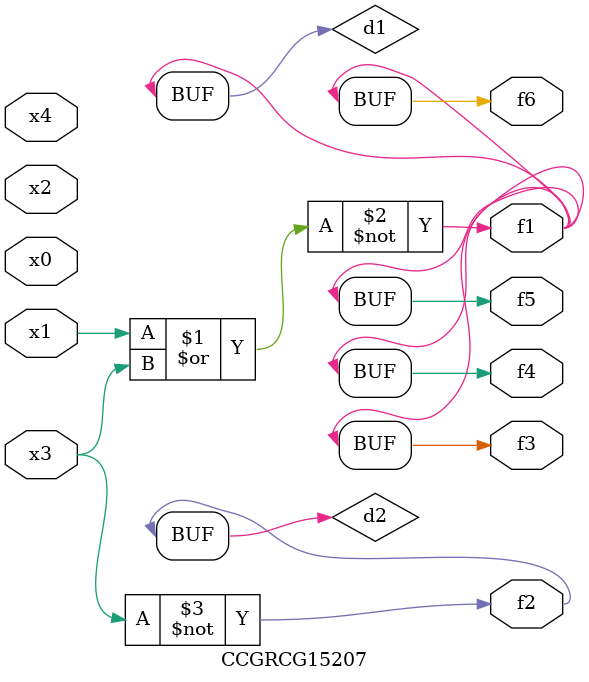
<source format=v>
module CCGRCG15207(
	input x0, x1, x2, x3, x4,
	output f1, f2, f3, f4, f5, f6
);

	wire d1, d2;

	nor (d1, x1, x3);
	not (d2, x3);
	assign f1 = d1;
	assign f2 = d2;
	assign f3 = d1;
	assign f4 = d1;
	assign f5 = d1;
	assign f6 = d1;
endmodule

</source>
